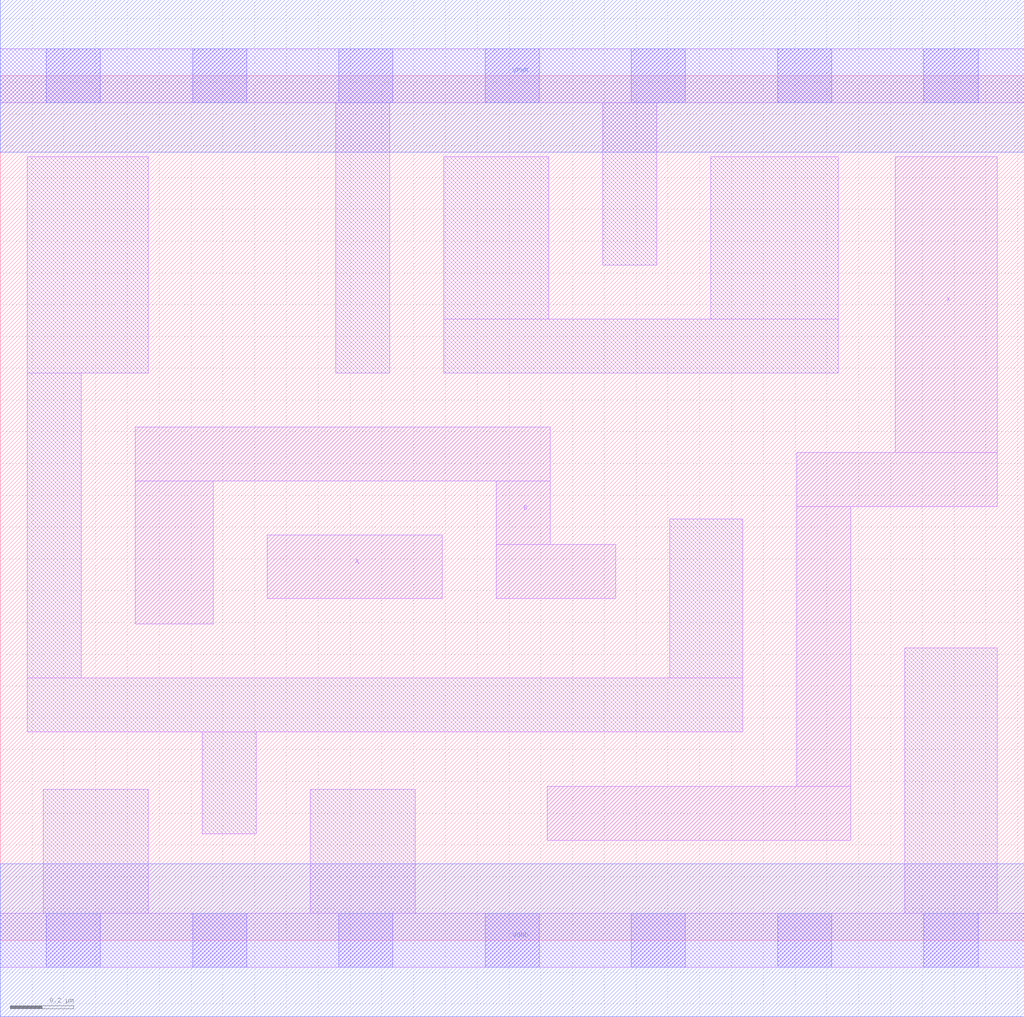
<source format=lef>
# Copyright 2020 The SkyWater PDK Authors
#
# Licensed under the Apache License, Version 2.0 (the "License");
# you may not use this file except in compliance with the License.
# You may obtain a copy of the License at
#
#     https://www.apache.org/licenses/LICENSE-2.0
#
# Unless required by applicable law or agreed to in writing, software
# distributed under the License is distributed on an "AS IS" BASIS,
# WITHOUT WARRANTIES OR CONDITIONS OF ANY KIND, either express or implied.
# See the License for the specific language governing permissions and
# limitations under the License.
#
# SPDX-License-Identifier: Apache-2.0

VERSION 5.7 ;
  NAMESCASESENSITIVE ON ;
  NOWIREEXTENSIONATPIN ON ;
  DIVIDERCHAR "/" ;
  BUSBITCHARS "[]" ;
UNITS
  DATABASE MICRONS 200 ;
END UNITS
MACRO sky130_fd_sc_hd__xor2_1
  CLASS CORE ;
  FOREIGN sky130_fd_sc_hd__xor2_1 ;
  ORIGIN  0.000000  0.000000 ;
  SIZE  3.220000 BY  2.720000 ;
  SYMMETRY X Y R90 ;
  SITE unithd ;
  PIN A
    ANTENNAGATEAREA  0.495000 ;
    DIRECTION INPUT ;
    USE SIGNAL ;
    PORT
      LAYER li1 ;
        RECT 0.840000 1.075000 1.390000 1.275000 ;
    END
  END A
  PIN B
    ANTENNAGATEAREA  0.495000 ;
    DIRECTION INPUT ;
    USE SIGNAL ;
    PORT
      LAYER li1 ;
        RECT 0.425000 0.995000 0.670000 1.445000 ;
        RECT 0.425000 1.445000 1.730000 1.615000 ;
        RECT 1.560000 1.075000 1.935000 1.245000 ;
        RECT 1.560000 1.245000 1.730000 1.445000 ;
    END
  END B
  PIN X
    ANTENNADIFFAREA  0.800500 ;
    DIRECTION OUTPUT ;
    USE SIGNAL ;
    PORT
      LAYER li1 ;
        RECT 1.720000 0.315000 2.675000 0.485000 ;
        RECT 2.505000 0.485000 2.675000 1.365000 ;
        RECT 2.505000 1.365000 3.135000 1.535000 ;
        RECT 2.815000 1.535000 3.135000 2.465000 ;
    END
  END X
  PIN VGND
    DIRECTION INOUT ;
    SHAPE ABUTMENT ;
    USE GROUND ;
    PORT
      LAYER met1 ;
        RECT 0.000000 -0.240000 3.220000 0.240000 ;
    END
  END VGND
  PIN VPWR
    DIRECTION INOUT ;
    SHAPE ABUTMENT ;
    USE POWER ;
    PORT
      LAYER met1 ;
        RECT 0.000000 2.480000 3.220000 2.960000 ;
    END
  END VPWR
  OBS
    LAYER li1 ;
      RECT 0.000000 -0.085000 3.220000 0.085000 ;
      RECT 0.000000  2.635000 3.220000 2.805000 ;
      RECT 0.085000  0.655000 2.335000 0.825000 ;
      RECT 0.085000  0.825000 0.255000 1.785000 ;
      RECT 0.085000  1.785000 0.465000 2.465000 ;
      RECT 0.135000  0.085000 0.465000 0.475000 ;
      RECT 0.635000  0.335000 0.805000 0.655000 ;
      RECT 0.975000  0.085000 1.305000 0.475000 ;
      RECT 1.055000  1.785000 1.225000 2.635000 ;
      RECT 1.395000  1.785000 2.635000 1.955000 ;
      RECT 1.395000  1.955000 1.725000 2.465000 ;
      RECT 1.895000  2.125000 2.065000 2.635000 ;
      RECT 2.105000  0.825000 2.335000 1.325000 ;
      RECT 2.235000  1.955000 2.635000 2.465000 ;
      RECT 2.845000  0.085000 3.135000 0.920000 ;
    LAYER mcon ;
      RECT 0.145000 -0.085000 0.315000 0.085000 ;
      RECT 0.145000  2.635000 0.315000 2.805000 ;
      RECT 0.605000 -0.085000 0.775000 0.085000 ;
      RECT 0.605000  2.635000 0.775000 2.805000 ;
      RECT 1.065000 -0.085000 1.235000 0.085000 ;
      RECT 1.065000  2.635000 1.235000 2.805000 ;
      RECT 1.525000 -0.085000 1.695000 0.085000 ;
      RECT 1.525000  2.635000 1.695000 2.805000 ;
      RECT 1.985000 -0.085000 2.155000 0.085000 ;
      RECT 1.985000  2.635000 2.155000 2.805000 ;
      RECT 2.445000 -0.085000 2.615000 0.085000 ;
      RECT 2.445000  2.635000 2.615000 2.805000 ;
      RECT 2.905000 -0.085000 3.075000 0.085000 ;
      RECT 2.905000  2.635000 3.075000 2.805000 ;
  END
END sky130_fd_sc_hd__xor2_1
END LIBRARY

</source>
